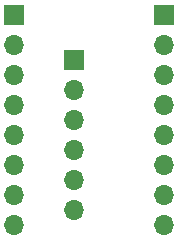
<source format=gts>
G04 #@! TF.GenerationSoftware,KiCad,Pcbnew,(6.0.2)*
G04 #@! TF.CreationDate,2025-01-10T20:51:36+01:00*
G04 #@! TF.ProjectId,adapter,61646170-7465-4722-9e6b-696361645f70,rev?*
G04 #@! TF.SameCoordinates,Original*
G04 #@! TF.FileFunction,Soldermask,Top*
G04 #@! TF.FilePolarity,Negative*
%FSLAX46Y46*%
G04 Gerber Fmt 4.6, Leading zero omitted, Abs format (unit mm)*
G04 Created by KiCad (PCBNEW (6.0.2)) date 2025-01-10 20:51:36*
%MOMM*%
%LPD*%
G01*
G04 APERTURE LIST*
%ADD10R,1.700000X1.700000*%
%ADD11O,1.700000X1.700000*%
G04 APERTURE END LIST*
D10*
X142240000Y-88900000D03*
D11*
X142240000Y-91440000D03*
X142240000Y-93980000D03*
X142240000Y-96520000D03*
X142240000Y-99060000D03*
X142240000Y-101600000D03*
D10*
X137160000Y-85105000D03*
D11*
X137160000Y-87645000D03*
X137160000Y-90185000D03*
X137160000Y-92725000D03*
X137160000Y-95265000D03*
X137160000Y-97805000D03*
X137160000Y-100345000D03*
X137160000Y-102885000D03*
D10*
X149860000Y-85105000D03*
D11*
X149860000Y-87645000D03*
X149860000Y-90185000D03*
X149860000Y-92725000D03*
X149860000Y-95265000D03*
X149860000Y-97805000D03*
X149860000Y-100345000D03*
X149860000Y-102885000D03*
M02*

</source>
